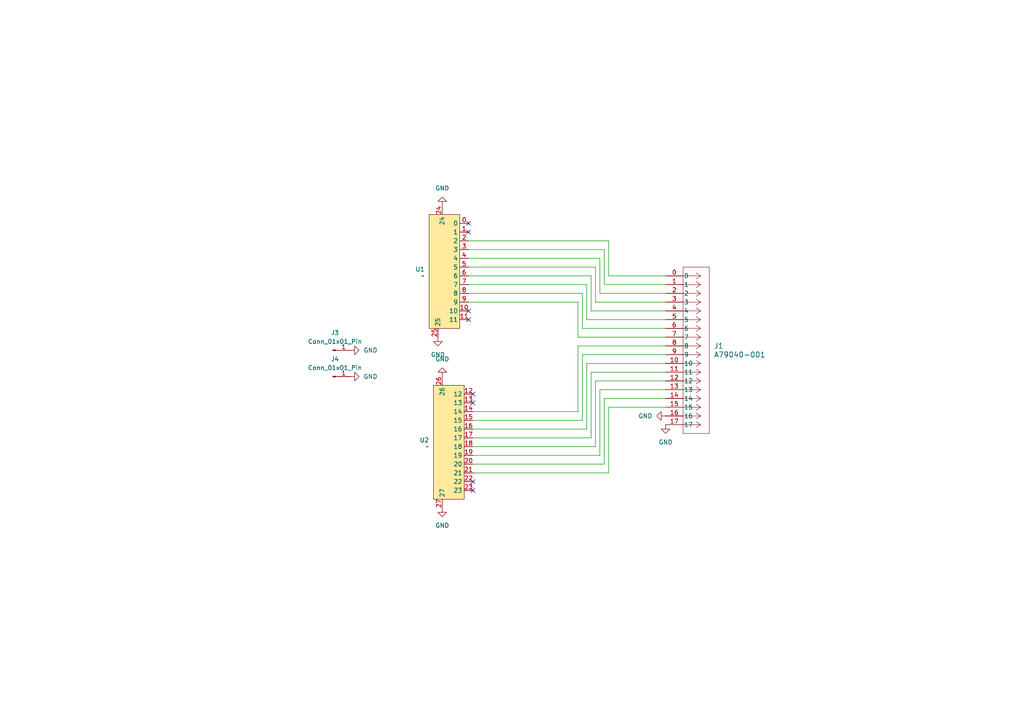
<source format=kicad_sch>
(kicad_sch
	(version 20250114)
	(generator "eeschema")
	(generator_version "9.0")
	(uuid "48b282e1-d1dc-4755-bd87-660842c9744a")
	(paper "A4")
	(lib_symbols
		(symbol "18pin omnetics:A79040-001"
			(pin_names
				(offset 0.254)
			)
			(exclude_from_sim no)
			(in_bom yes)
			(on_board yes)
			(property "Reference" "J1"
				(at 13.97 -20.3199 0)
				(effects
					(font
						(size 1.524 1.524)
					)
					(justify left)
				)
			)
			(property "Value" "A79040-001"
				(at 13.97 -22.8599 0)
				(effects
					(font
						(size 1.524 1.524)
					)
					(justify left)
				)
			)
			(property "Footprint" "CONN18_NPD-18-AA_OMN"
				(at 0 0 0)
				(effects
					(font
						(size 1.27 1.27)
						(italic yes)
					)
					(hide yes)
				)
			)
			(property "Datasheet" "A79040-001"
				(at 0 0 0)
				(effects
					(font
						(size 1.27 1.27)
						(italic yes)
					)
					(hide yes)
				)
			)
			(property "Description" ""
				(at 0 0 0)
				(effects
					(font
						(size 1.27 1.27)
					)
					(hide yes)
				)
			)
			(property "ki_locked" ""
				(at 0 0 0)
				(effects
					(font
						(size 1.27 1.27)
					)
				)
			)
			(property "ki_keywords" "A79040-001"
				(at 0 0 0)
				(effects
					(font
						(size 1.27 1.27)
					)
					(hide yes)
				)
			)
			(property "ki_fp_filters" "CONN18_NPD-18-AA_OMN"
				(at 0 0 0)
				(effects
					(font
						(size 1.27 1.27)
					)
					(hide yes)
				)
			)
			(symbol "A79040-001_1_1"
				(polyline
					(pts
						(xy 5.08 2.54) (xy 5.08 -45.72)
					)
					(stroke
						(width 0.127)
						(type default)
					)
					(fill
						(type none)
					)
				)
				(polyline
					(pts
						(xy 5.08 -45.72) (xy 12.7 -45.72)
					)
					(stroke
						(width 0.127)
						(type default)
					)
					(fill
						(type none)
					)
				)
				(polyline
					(pts
						(xy 10.16 0) (xy 5.08 0)
					)
					(stroke
						(width 0.127)
						(type default)
					)
					(fill
						(type none)
					)
				)
				(polyline
					(pts
						(xy 10.16 0) (xy 8.89 0.8467)
					)
					(stroke
						(width 0.127)
						(type default)
					)
					(fill
						(type none)
					)
				)
				(polyline
					(pts
						(xy 10.16 0) (xy 8.89 -0.8467)
					)
					(stroke
						(width 0.127)
						(type default)
					)
					(fill
						(type none)
					)
				)
				(polyline
					(pts
						(xy 10.16 -2.54) (xy 5.08 -2.54)
					)
					(stroke
						(width 0.127)
						(type default)
					)
					(fill
						(type none)
					)
				)
				(polyline
					(pts
						(xy 10.16 -2.54) (xy 8.89 -1.6933)
					)
					(stroke
						(width 0.127)
						(type default)
					)
					(fill
						(type none)
					)
				)
				(polyline
					(pts
						(xy 10.16 -2.54) (xy 8.89 -3.3867)
					)
					(stroke
						(width 0.127)
						(type default)
					)
					(fill
						(type none)
					)
				)
				(polyline
					(pts
						(xy 10.16 -5.08) (xy 5.08 -5.08)
					)
					(stroke
						(width 0.127)
						(type default)
					)
					(fill
						(type none)
					)
				)
				(polyline
					(pts
						(xy 10.16 -5.08) (xy 8.89 -4.2333)
					)
					(stroke
						(width 0.127)
						(type default)
					)
					(fill
						(type none)
					)
				)
				(polyline
					(pts
						(xy 10.16 -5.08) (xy 8.89 -5.9267)
					)
					(stroke
						(width 0.127)
						(type default)
					)
					(fill
						(type none)
					)
				)
				(polyline
					(pts
						(xy 10.16 -7.62) (xy 5.08 -7.62)
					)
					(stroke
						(width 0.127)
						(type default)
					)
					(fill
						(type none)
					)
				)
				(polyline
					(pts
						(xy 10.16 -7.62) (xy 8.89 -6.7733)
					)
					(stroke
						(width 0.127)
						(type default)
					)
					(fill
						(type none)
					)
				)
				(polyline
					(pts
						(xy 10.16 -7.62) (xy 8.89 -8.4667)
					)
					(stroke
						(width 0.127)
						(type default)
					)
					(fill
						(type none)
					)
				)
				(polyline
					(pts
						(xy 10.16 -10.16) (xy 5.08 -10.16)
					)
					(stroke
						(width 0.127)
						(type default)
					)
					(fill
						(type none)
					)
				)
				(polyline
					(pts
						(xy 10.16 -10.16) (xy 8.89 -9.3133)
					)
					(stroke
						(width 0.127)
						(type default)
					)
					(fill
						(type none)
					)
				)
				(polyline
					(pts
						(xy 10.16 -10.16) (xy 8.89 -11.0067)
					)
					(stroke
						(width 0.127)
						(type default)
					)
					(fill
						(type none)
					)
				)
				(polyline
					(pts
						(xy 10.16 -12.7) (xy 5.08 -12.7)
					)
					(stroke
						(width 0.127)
						(type default)
					)
					(fill
						(type none)
					)
				)
				(polyline
					(pts
						(xy 10.16 -12.7) (xy 8.89 -11.8533)
					)
					(stroke
						(width 0.127)
						(type default)
					)
					(fill
						(type none)
					)
				)
				(polyline
					(pts
						(xy 10.16 -12.7) (xy 8.89 -13.5467)
					)
					(stroke
						(width 0.127)
						(type default)
					)
					(fill
						(type none)
					)
				)
				(polyline
					(pts
						(xy 10.16 -15.24) (xy 5.08 -15.24)
					)
					(stroke
						(width 0.127)
						(type default)
					)
					(fill
						(type none)
					)
				)
				(polyline
					(pts
						(xy 10.16 -15.24) (xy 8.89 -14.3933)
					)
					(stroke
						(width 0.127)
						(type default)
					)
					(fill
						(type none)
					)
				)
				(polyline
					(pts
						(xy 10.16 -15.24) (xy 8.89 -16.0867)
					)
					(stroke
						(width 0.127)
						(type default)
					)
					(fill
						(type none)
					)
				)
				(polyline
					(pts
						(xy 10.16 -17.78) (xy 5.08 -17.78)
					)
					(stroke
						(width 0.127)
						(type default)
					)
					(fill
						(type none)
					)
				)
				(polyline
					(pts
						(xy 10.16 -17.78) (xy 8.89 -16.9333)
					)
					(stroke
						(width 0.127)
						(type default)
					)
					(fill
						(type none)
					)
				)
				(polyline
					(pts
						(xy 10.16 -17.78) (xy 8.89 -18.6267)
					)
					(stroke
						(width 0.127)
						(type default)
					)
					(fill
						(type none)
					)
				)
				(polyline
					(pts
						(xy 10.16 -20.32) (xy 5.08 -20.32)
					)
					(stroke
						(width 0.127)
						(type default)
					)
					(fill
						(type none)
					)
				)
				(polyline
					(pts
						(xy 10.16 -20.32) (xy 8.89 -19.4733)
					)
					(stroke
						(width 0.127)
						(type default)
					)
					(fill
						(type none)
					)
				)
				(polyline
					(pts
						(xy 10.16 -20.32) (xy 8.89 -21.1667)
					)
					(stroke
						(width 0.127)
						(type default)
					)
					(fill
						(type none)
					)
				)
				(polyline
					(pts
						(xy 10.16 -22.86) (xy 5.08 -22.86)
					)
					(stroke
						(width 0.127)
						(type default)
					)
					(fill
						(type none)
					)
				)
				(polyline
					(pts
						(xy 10.16 -22.86) (xy 8.89 -22.0133)
					)
					(stroke
						(width 0.127)
						(type default)
					)
					(fill
						(type none)
					)
				)
				(polyline
					(pts
						(xy 10.16 -22.86) (xy 8.89 -23.7067)
					)
					(stroke
						(width 0.127)
						(type default)
					)
					(fill
						(type none)
					)
				)
				(polyline
					(pts
						(xy 10.16 -25.4) (xy 5.08 -25.4)
					)
					(stroke
						(width 0.127)
						(type default)
					)
					(fill
						(type none)
					)
				)
				(polyline
					(pts
						(xy 10.16 -25.4) (xy 8.89 -24.5533)
					)
					(stroke
						(width 0.127)
						(type default)
					)
					(fill
						(type none)
					)
				)
				(polyline
					(pts
						(xy 10.16 -25.4) (xy 8.89 -26.2467)
					)
					(stroke
						(width 0.127)
						(type default)
					)
					(fill
						(type none)
					)
				)
				(polyline
					(pts
						(xy 10.16 -27.94) (xy 5.08 -27.94)
					)
					(stroke
						(width 0.127)
						(type default)
					)
					(fill
						(type none)
					)
				)
				(polyline
					(pts
						(xy 10.16 -27.94) (xy 8.89 -27.0933)
					)
					(stroke
						(width 0.127)
						(type default)
					)
					(fill
						(type none)
					)
				)
				(polyline
					(pts
						(xy 10.16 -27.94) (xy 8.89 -28.7867)
					)
					(stroke
						(width 0.127)
						(type default)
					)
					(fill
						(type none)
					)
				)
				(polyline
					(pts
						(xy 10.16 -30.48) (xy 5.08 -30.48)
					)
					(stroke
						(width 0.127)
						(type default)
					)
					(fill
						(type none)
					)
				)
				(polyline
					(pts
						(xy 10.16 -30.48) (xy 8.89 -29.6333)
					)
					(stroke
						(width 0.127)
						(type default)
					)
					(fill
						(type none)
					)
				)
				(polyline
					(pts
						(xy 10.16 -30.48) (xy 8.89 -31.3267)
					)
					(stroke
						(width 0.127)
						(type default)
					)
					(fill
						(type none)
					)
				)
				(polyline
					(pts
						(xy 10.16 -33.02) (xy 5.08 -33.02)
					)
					(stroke
						(width 0.127)
						(type default)
					)
					(fill
						(type none)
					)
				)
				(polyline
					(pts
						(xy 10.16 -33.02) (xy 8.89 -32.1733)
					)
					(stroke
						(width 0.127)
						(type default)
					)
					(fill
						(type none)
					)
				)
				(polyline
					(pts
						(xy 10.16 -33.02) (xy 8.89 -33.8667)
					)
					(stroke
						(width 0.127)
						(type default)
					)
					(fill
						(type none)
					)
				)
				(polyline
					(pts
						(xy 10.16 -35.56) (xy 5.08 -35.56)
					)
					(stroke
						(width 0.127)
						(type default)
					)
					(fill
						(type none)
					)
				)
				(polyline
					(pts
						(xy 10.16 -35.56) (xy 8.89 -34.7133)
					)
					(stroke
						(width 0.127)
						(type default)
					)
					(fill
						(type none)
					)
				)
				(polyline
					(pts
						(xy 10.16 -35.56) (xy 8.89 -36.4067)
					)
					(stroke
						(width 0.127)
						(type default)
					)
					(fill
						(type none)
					)
				)
				(polyline
					(pts
						(xy 10.16 -38.1) (xy 5.08 -38.1)
					)
					(stroke
						(width 0.127)
						(type default)
					)
					(fill
						(type none)
					)
				)
				(polyline
					(pts
						(xy 10.16 -38.1) (xy 8.89 -37.2533)
					)
					(stroke
						(width 0.127)
						(type default)
					)
					(fill
						(type none)
					)
				)
				(polyline
					(pts
						(xy 10.16 -38.1) (xy 8.89 -38.9467)
					)
					(stroke
						(width 0.127)
						(type default)
					)
					(fill
						(type none)
					)
				)
				(polyline
					(pts
						(xy 10.16 -40.64) (xy 5.08 -40.64)
					)
					(stroke
						(width 0.127)
						(type default)
					)
					(fill
						(type none)
					)
				)
				(polyline
					(pts
						(xy 10.16 -40.64) (xy 8.89 -39.7933)
					)
					(stroke
						(width 0.127)
						(type default)
					)
					(fill
						(type none)
					)
				)
				(polyline
					(pts
						(xy 10.16 -40.64) (xy 8.89 -41.4867)
					)
					(stroke
						(width 0.127)
						(type default)
					)
					(fill
						(type none)
					)
				)
				(polyline
					(pts
						(xy 10.16 -43.18) (xy 5.08 -43.18)
					)
					(stroke
						(width 0.127)
						(type default)
					)
					(fill
						(type none)
					)
				)
				(polyline
					(pts
						(xy 10.16 -43.18) (xy 8.89 -42.3333)
					)
					(stroke
						(width 0.127)
						(type default)
					)
					(fill
						(type none)
					)
				)
				(polyline
					(pts
						(xy 10.16 -43.18) (xy 8.89 -44.0267)
					)
					(stroke
						(width 0.127)
						(type default)
					)
					(fill
						(type none)
					)
				)
				(polyline
					(pts
						(xy 12.7 2.54) (xy 5.08 2.54)
					)
					(stroke
						(width 0.127)
						(type default)
					)
					(fill
						(type none)
					)
				)
				(polyline
					(pts
						(xy 12.7 -45.72) (xy 12.7 2.54)
					)
					(stroke
						(width 0.127)
						(type default)
					)
					(fill
						(type none)
					)
				)
				(pin unspecified line
					(at 0 0 0)
					(length 5.08)
					(name "0"
						(effects
							(font
								(size 1.27 1.27)
							)
						)
					)
					(number "0"
						(effects
							(font
								(size 1.27 1.27)
							)
						)
					)
				)
				(pin unspecified line
					(at 0 -2.54 0)
					(length 5.08)
					(name "1"
						(effects
							(font
								(size 1.27 1.27)
							)
						)
					)
					(number "1"
						(effects
							(font
								(size 1.27 1.27)
							)
						)
					)
				)
				(pin unspecified line
					(at 0 -5.08 0)
					(length 5.08)
					(name "2"
						(effects
							(font
								(size 1.27 1.27)
							)
						)
					)
					(number "2"
						(effects
							(font
								(size 1.27 1.27)
							)
						)
					)
				)
				(pin unspecified line
					(at 0 -7.62 0)
					(length 5.08)
					(name "3"
						(effects
							(font
								(size 1.27 1.27)
							)
						)
					)
					(number "3"
						(effects
							(font
								(size 1.27 1.27)
							)
						)
					)
				)
				(pin unspecified line
					(at 0 -10.16 0)
					(length 5.08)
					(name "4"
						(effects
							(font
								(size 1.27 1.27)
							)
						)
					)
					(number "4"
						(effects
							(font
								(size 1.27 1.27)
							)
						)
					)
				)
				(pin unspecified line
					(at 0 -12.7 0)
					(length 5.08)
					(name "5"
						(effects
							(font
								(size 1.27 1.27)
							)
						)
					)
					(number "5"
						(effects
							(font
								(size 1.27 1.27)
							)
						)
					)
				)
				(pin unspecified line
					(at 0 -15.24 0)
					(length 5.08)
					(name "6"
						(effects
							(font
								(size 1.27 1.27)
							)
						)
					)
					(number "6"
						(effects
							(font
								(size 1.27 1.27)
							)
						)
					)
				)
				(pin unspecified line
					(at 0 -17.78 0)
					(length 5.08)
					(name "7"
						(effects
							(font
								(size 1.27 1.27)
							)
						)
					)
					(number "7"
						(effects
							(font
								(size 1.27 1.27)
							)
						)
					)
				)
				(pin unspecified line
					(at 0 -20.32 0)
					(length 5.08)
					(name "8"
						(effects
							(font
								(size 1.27 1.27)
							)
						)
					)
					(number "8"
						(effects
							(font
								(size 1.27 1.27)
							)
						)
					)
				)
				(pin unspecified line
					(at 0 -22.86 0)
					(length 5.08)
					(name "9"
						(effects
							(font
								(size 1.27 1.27)
							)
						)
					)
					(number "9"
						(effects
							(font
								(size 1.27 1.27)
							)
						)
					)
				)
				(pin unspecified line
					(at 0 -25.4 0)
					(length 5.08)
					(name "10"
						(effects
							(font
								(size 1.27 1.27)
							)
						)
					)
					(number "10"
						(effects
							(font
								(size 1.27 1.27)
							)
						)
					)
				)
				(pin unspecified line
					(at 0 -27.94 0)
					(length 5.08)
					(name "11"
						(effects
							(font
								(size 1.27 1.27)
							)
						)
					)
					(number "11"
						(effects
							(font
								(size 1.27 1.27)
							)
						)
					)
				)
				(pin unspecified line
					(at 0 -30.48 0)
					(length 5.08)
					(name "12"
						(effects
							(font
								(size 1.27 1.27)
							)
						)
					)
					(number "12"
						(effects
							(font
								(size 1.27 1.27)
							)
						)
					)
				)
				(pin unspecified line
					(at 0 -33.02 0)
					(length 5.08)
					(name "13"
						(effects
							(font
								(size 1.27 1.27)
							)
						)
					)
					(number "13"
						(effects
							(font
								(size 1.27 1.27)
							)
						)
					)
				)
				(pin unspecified line
					(at 0 -35.56 0)
					(length 5.08)
					(name "14"
						(effects
							(font
								(size 1.27 1.27)
							)
						)
					)
					(number "14"
						(effects
							(font
								(size 1.27 1.27)
							)
						)
					)
				)
				(pin unspecified line
					(at 0 -38.1 0)
					(length 5.08)
					(name "15"
						(effects
							(font
								(size 1.27 1.27)
							)
						)
					)
					(number "15"
						(effects
							(font
								(size 1.27 1.27)
							)
						)
					)
				)
				(pin unspecified line
					(at 0 -40.64 0)
					(length 5.08)
					(name "16"
						(effects
							(font
								(size 1.27 1.27)
							)
						)
					)
					(number "16"
						(effects
							(font
								(size 1.27 1.27)
							)
						)
					)
				)
				(pin unspecified line
					(at 0 -43.18 0)
					(length 5.08)
					(name "17"
						(effects
							(font
								(size 1.27 1.27)
							)
						)
					)
					(number "17"
						(effects
							(font
								(size 1.27 1.27)
							)
						)
					)
				)
			)
			(symbol "A79040-001_1_2"
				(polyline
					(pts
						(xy 5.08 2.54) (xy 5.08 -45.72)
					)
					(stroke
						(width 0.127)
						(type default)
					)
					(fill
						(type none)
					)
				)
				(polyline
					(pts
						(xy 5.08 -45.72) (xy 12.7 -45.72)
					)
					(stroke
						(width 0.127)
						(type default)
					)
					(fill
						(type none)
					)
				)
				(polyline
					(pts
						(xy 7.62 0) (xy 5.08 0)
					)
					(stroke
						(width 0.127)
						(type default)
					)
					(fill
						(type none)
					)
				)
				(polyline
					(pts
						(xy 7.62 0) (xy 8.89 0.8467)
					)
					(stroke
						(width 0.127)
						(type default)
					)
					(fill
						(type none)
					)
				)
				(polyline
					(pts
						(xy 7.62 0) (xy 8.89 -0.8467)
					)
					(stroke
						(width 0.127)
						(type default)
					)
					(fill
						(type none)
					)
				)
				(polyline
					(pts
						(xy 7.62 -2.54) (xy 5.08 -2.54)
					)
					(stroke
						(width 0.127)
						(type default)
					)
					(fill
						(type none)
					)
				)
				(polyline
					(pts
						(xy 7.62 -2.54) (xy 8.89 -1.6933)
					)
					(stroke
						(width 0.127)
						(type default)
					)
					(fill
						(type none)
					)
				)
				(polyline
					(pts
						(xy 7.62 -2.54) (xy 8.89 -3.3867)
					)
					(stroke
						(width 0.127)
						(type default)
					)
					(fill
						(type none)
					)
				)
				(polyline
					(pts
						(xy 7.62 -5.08) (xy 5.08 -5.08)
					)
					(stroke
						(width 0.127)
						(type default)
					)
					(fill
						(type none)
					)
				)
				(polyline
					(pts
						(xy 7.62 -5.08) (xy 8.89 -4.2333)
					)
					(stroke
						(width 0.127)
						(type default)
					)
					(fill
						(type none)
					)
				)
				(polyline
					(pts
						(xy 7.62 -5.08) (xy 8.89 -5.9267)
					)
					(stroke
						(width 0.127)
						(type default)
					)
					(fill
						(type none)
					)
				)
				(polyline
					(pts
						(xy 7.62 -7.62) (xy 5.08 -7.62)
					)
					(stroke
						(width 0.127)
						(type default)
					)
					(fill
						(type none)
					)
				)
				(polyline
					(pts
						(xy 7.62 -7.62) (xy 8.89 -6.7733)
					)
					(stroke
						(width 0.127)
						(type default)
					)
					(fill
						(type none)
					)
				)
				(polyline
					(pts
						(xy 7.62 -7.62) (xy 8.89 -8.4667)
					)
					(stroke
						(width 0.127)
						(type default)
					)
					(fill
						(type none)
					)
				)
				(polyline
					(pts
						(xy 7.62 -10.16) (xy 5.08 -10.16)
					)
					(stroke
						(width 0.127)
						(type default)
					)
					(fill
						(type none)
					)
				)
				(polyline
					(pts
						(xy 7.62 -10.16) (xy 8.89 -9.3133)
					)
					(stroke
						(width 0.127)
						(type default)
					)
					(fill
						(type none)
					)
				)
				(polyline
					(pts
						(xy 7.62 -10.16) (xy 8.89 -11.0067)
					)
					(stroke
						(width 0.127)
						(type default)
					)
					(fill
						(type none)
					)
				)
				(polyline
					(pts
						(xy 7.62 -12.7) (xy 5.08 -12.7)
					)
					(stroke
						(width 0.127)
						(type default)
					)
					(fill
						(type none)
					)
				)
				(polyline
					(pts
						(xy 7.62 -12.7) (xy 8.89 -11.8533)
					)
					(stroke
						(width 0.127)
						(type default)
					)
					(fill
						(type none)
					)
				)
				(polyline
					(pts
						(xy 7.62 -12.7) (xy 8.89 -13.5467)
					)
					(stroke
						(width 0.127)
						(type default)
					)
					(fill
						(type none)
					)
				)
				(polyline
					(pts
						(xy 7.62 -15.24) (xy 5.08 -15.24)
					)
					(stroke
						(width 0.127)
						(type default)
					)
					(fill
						(type none)
					)
				)
				(polyline
					(pts
						(xy 7.62 -15.24) (xy 8.89 -14.3933)
					)
					(stroke
						(width 0.127)
						(type default)
					)
					(fill
						(type none)
					)
				)
				(polyline
					(pts
						(xy 7.62 -15.24) (xy 8.89 -16.0867)
					)
					(stroke
						(width 0.127)
						(type default)
					)
					(fill
						(type none)
					)
				)
				(polyline
					(pts
						(xy 7.62 -17.78) (xy 5.08 -17.78)
					)
					(stroke
						(width 0.127)
						(type default)
					)
					(fill
						(type none)
					)
				)
				(polyline
					(pts
						(xy 7.62 -17.78) (xy 8.89 -16.9333)
					)
					(stroke
						(width 0.127)
						(type default)
					)
					(fill
						(type none)
					)
				)
				(polyline
					(pts
						(xy 7.62 -17.78) (xy 8.89 -18.6267)
					)
					(stroke
						(width 0.127)
						(type default)
					)
					(fill
						(type none)
					)
				)
				(polyline
					(pts
						(xy 7.62 -20.32) (xy 5.08 -20.32)
					)
					(stroke
						(width 0.127)
						(type default)
					)
					(fill
						(type none)
					)
				)
				(polyline
					(pts
						(xy 7.62 -20.32) (xy 8.89 -19.4733)
					)
					(stroke
						(width 0.127)
						(type default)
					)
					(fill
						(type none)
					)
				)
				(polyline
					(pts
						(xy 7.62 -20.32) (xy 8.89 -21.1667)
					)
					(stroke
						(width 0.127)
						(type default)
					)
					(fill
						(type none)
					)
				)
				(polyline
					(pts
						(xy 7.62 -22.86) (xy 5.08 -22.86)
					)
					(stroke
						(width 0.127)
						(type default)
					)
					(fill
						(type none)
					)
				)
				(polyline
					(pts
						(xy 7.62 -22.86) (xy 8.89 -22.0133)
					)
					(stroke
						(width 0.127)
						(type default)
					)
					(fill
						(type none)
					)
				)
				(polyline
					(pts
						(xy 7.62 -22.86) (xy 8.89 -23.7067)
					)
					(stroke
						(width 0.127)
						(type default)
					)
					(fill
						(type none)
					)
				)
				(polyline
					(pts
						(xy 7.62 -25.4) (xy 5.08 -25.4)
					)
					(stroke
						(width 0.127)
						(type default)
					)
					(fill
						(type none)
					)
				)
				(polyline
					(pts
						(xy 7.62 -25.4) (xy 8.89 -24.5533)
					)
					(stroke
						(width 0.127)
						(type default)
					)
					(fill
						(type none)
					)
				)
				(polyline
					(pts
						(xy 7.62 -25.4) (xy 8.89 -26.2467)
					)
					(stroke
						(width 0.127)
						(type default)
					)
					(fill
						(type none)
					)
				)
				(polyline
					(pts
						(xy 7.62 -27.94) (xy 5.08 -27.94)
					)
					(stroke
						(width 0.127)
						(type default)
					)
					(fill
						(type none)
					)
				)
				(polyline
					(pts
						(xy 7.62 -27.94) (xy 8.89 -27.0933)
					)
					(stroke
						(width 0.127)
						(type default)
					)
					(fill
						(type none)
					)
				)
				(polyline
					(pts
						(xy 7.62 -27.94) (xy 8.89 -28.7867)
					)
					(stroke
						(width 0.127)
						(type default)
					)
					(fill
						(type none)
					)
				)
				(polyline
					(pts
						(xy 7.62 -30.48) (xy 5.08 -30.48)
					)
					(stroke
						(width 0.127)
						(type default)
					)
					(fill
						(type none)
					)
				)
				(polyline
					(pts
						(xy 7.62 -30.48) (xy 8.89 -29.6333)
					)
					(stroke
						(width 0.127)
						(type default)
					)
					(fill
						(type none)
					)
				)
				(polyline
					(pts
						(xy 7.62 -30.48) (xy 8.89 -31.3267)
					)
					(stroke
						(width 0.127)
						(type default)
					)
					(fill
						(type none)
					)
				)
				(polyline
					(pts
						(xy 7.62 -33.02) (xy 5.08 -33.02)
					)
					(stroke
						(width 0.127)
						(type default)
					)
					(fill
						(type none)
					)
				)
				(polyline
					(pts
						(xy 7.62 -33.02) (xy 8.89 -32.1733)
					)
					(stroke
						(width 0.127)
						(type default)
					)
					(fill
						(type none)
					)
				)
				(polyline
					(pts
						(xy 7.62 -33.02) (xy 8.89 -33.8667)
					)
					(stroke
						(width 0.127)
						(type default)
					)
					(fill
						(type none)
					)
				)
				(polyline
					(pts
						(xy 7.62 -35.56) (xy 5.08 -35.56)
					)
					(stroke
						(width 0.127)
						(type default)
					)
					(fill
						(type none)
					)
				)
				(polyline
					(pts
						(xy 7.62 -35.56) (xy 8.89 -34.7133)
					)
					(stroke
						(width 0.127)
						(type default)
					)
					(fill
						(type none)
					)
				)
				(polyline
					(pts
						(xy 7.62 -35.56) (xy 8.89 -36.4067)
					)
					(stroke
						(width 0.127)
						(type default)
					)
					(fill
						(type none)
					)
				)
				(polyline
					(pts
						(xy 7.62 -38.1) (xy 5.08 -38.1)
					)
					(stroke
						(width 0.127)
						(type default)
					)
					(fill
						(type none)
					)
				)
				(polyline
					(pts
						(xy 7.62 -38.1) (xy 8.89 -37.2533)
					)
					(stroke
						(width 0.127)
						(type default)
					)
					(fill
						(type none)
					)
				)
				(polyline
					(pts
						(xy 7.62 -38.1) (xy 8.89 -38.9467)
					)
					(stroke
						(width 0.127)
						(type default)
					)
					(fill
						(type none)
					)
				)
				(polyline
					(pts
						(xy 7.62 -40.64) (xy 5.08 -40.64)
					)
					(stroke
						(width 0.127)
						(type default)
					)
					(fill
						(type none)
					)
				)
				(polyline
					(pts
						(xy 7.62 -40.64) (xy 8.89 -39.7933)
					)
					(stroke
						(width 0.127)
						(type default)
					)
					(fill
						(type none)
					)
				)
				(polyline
					(pts
						(xy 7.62 -40.64) (xy 8.89 -41.4867)
					)
					(stroke
						(width 0.127)
						(type default)
					)
					(fill
						(type none)
					)
				)
				(polyline
					(pts
						(xy 7.62 -43.18) (xy 5.08 -43.18)
					)
					(stroke
						(width 0.127)
						(type default)
					)
					(fill
						(type none)
					)
				)
				(polyline
					(pts
						(xy 7.62 -43.18) (xy 8.89 -42.3333)
					)
					(stroke
						(width 0.127)
						(type default)
					)
					(fill
						(type none)
					)
				)
				(polyline
					(pts
						(xy 7.62 -43.18) (xy 8.89 -44.0267)
					)
					(stroke
						(width 0.127)
						(type default)
					)
					(fill
						(type none)
					)
				)
				(polyline
					(pts
						(xy 12.7 2.54) (xy 5.08 2.54)
					)
					(stroke
						(width 0.127)
						(type default)
					)
					(fill
						(type none)
					)
				)
				(polyline
					(pts
						(xy 12.7 -45.72) (xy 12.7 2.54)
					)
					(stroke
						(width 0.127)
						(type default)
					)
					(fill
						(type none)
					)
				)
				(pin unspecified line
					(at 0 0 0)
					(length 5.08)
					(name "1"
						(effects
							(font
								(size 1.27 1.27)
							)
						)
					)
					(number "1"
						(effects
							(font
								(size 1.27 1.27)
							)
						)
					)
				)
				(pin unspecified line
					(at 0 -2.54 0)
					(length 5.08)
					(name "2"
						(effects
							(font
								(size 1.27 1.27)
							)
						)
					)
					(number "2"
						(effects
							(font
								(size 1.27 1.27)
							)
						)
					)
				)
				(pin unspecified line
					(at 0 -5.08 0)
					(length 5.08)
					(name "3"
						(effects
							(font
								(size 1.27 1.27)
							)
						)
					)
					(number "3"
						(effects
							(font
								(size 1.27 1.27)
							)
						)
					)
				)
				(pin unspecified line
					(at 0 -7.62 0)
					(length 5.08)
					(name "4"
						(effects
							(font
								(size 1.27 1.27)
							)
						)
					)
					(number "4"
						(effects
							(font
								(size 1.27 1.27)
							)
						)
					)
				)
				(pin unspecified line
					(at 0 -10.16 0)
					(length 5.08)
					(name "5"
						(effects
							(font
								(size 1.27 1.27)
							)
						)
					)
					(number "5"
						(effects
							(font
								(size 1.27 1.27)
							)
						)
					)
				)
				(pin unspecified line
					(at 0 -12.7 0)
					(length 5.08)
					(name "6"
						(effects
							(font
								(size 1.27 1.27)
							)
						)
					)
					(number "6"
						(effects
							(font
								(size 1.27 1.27)
							)
						)
					)
				)
				(pin unspecified line
					(at 0 -15.24 0)
					(length 5.08)
					(name "7"
						(effects
							(font
								(size 1.27 1.27)
							)
						)
					)
					(number "7"
						(effects
							(font
								(size 1.27 1.27)
							)
						)
					)
				)
				(pin unspecified line
					(at 0 -17.78 0)
					(length 5.08)
					(name "8"
						(effects
							(font
								(size 1.27 1.27)
							)
						)
					)
					(number "8"
						(effects
							(font
								(size 1.27 1.27)
							)
						)
					)
				)
				(pin unspecified line
					(at 0 -20.32 0)
					(length 5.08)
					(name "9"
						(effects
							(font
								(size 1.27 1.27)
							)
						)
					)
					(number "9"
						(effects
							(font
								(size 1.27 1.27)
							)
						)
					)
				)
				(pin unspecified line
					(at 0 -22.86 0)
					(length 5.08)
					(name "10"
						(effects
							(font
								(size 1.27 1.27)
							)
						)
					)
					(number "10"
						(effects
							(font
								(size 1.27 1.27)
							)
						)
					)
				)
				(pin unspecified line
					(at 0 -25.4 0)
					(length 5.08)
					(name "11"
						(effects
							(font
								(size 1.27 1.27)
							)
						)
					)
					(number "11"
						(effects
							(font
								(size 1.27 1.27)
							)
						)
					)
				)
				(pin unspecified line
					(at 0 -27.94 0)
					(length 5.08)
					(name "12"
						(effects
							(font
								(size 1.27 1.27)
							)
						)
					)
					(number "12"
						(effects
							(font
								(size 1.27 1.27)
							)
						)
					)
				)
				(pin unspecified line
					(at 0 -30.48 0)
					(length 5.08)
					(name "13"
						(effects
							(font
								(size 1.27 1.27)
							)
						)
					)
					(number "13"
						(effects
							(font
								(size 1.27 1.27)
							)
						)
					)
				)
				(pin unspecified line
					(at 0 -33.02 0)
					(length 5.08)
					(name "14"
						(effects
							(font
								(size 1.27 1.27)
							)
						)
					)
					(number "14"
						(effects
							(font
								(size 1.27 1.27)
							)
						)
					)
				)
				(pin unspecified line
					(at 0 -35.56 0)
					(length 5.08)
					(name "15"
						(effects
							(font
								(size 1.27 1.27)
							)
						)
					)
					(number "15"
						(effects
							(font
								(size 1.27 1.27)
							)
						)
					)
				)
				(pin unspecified line
					(at 0 -38.1 0)
					(length 5.08)
					(name "16"
						(effects
							(font
								(size 1.27 1.27)
							)
						)
					)
					(number "16"
						(effects
							(font
								(size 1.27 1.27)
							)
						)
					)
				)
				(pin unspecified line
					(at 0 -40.64 0)
					(length 5.08)
					(name "17"
						(effects
							(font
								(size 1.27 1.27)
							)
						)
					)
					(number "17"
						(effects
							(font
								(size 1.27 1.27)
							)
						)
					)
				)
				(pin unspecified line
					(at 0 -43.18 0)
					(length 5.08)
					(name "18"
						(effects
							(font
								(size 1.27 1.27)
							)
						)
					)
					(number "18"
						(effects
							(font
								(size 1.27 1.27)
							)
						)
					)
				)
			)
			(embedded_fonts no)
		)
		(symbol "Connector:Conn_01x01_Pin"
			(pin_names
				(offset 1.016)
				(hide yes)
			)
			(exclude_from_sim no)
			(in_bom yes)
			(on_board yes)
			(property "Reference" "J"
				(at 0 2.54 0)
				(effects
					(font
						(size 1.27 1.27)
					)
				)
			)
			(property "Value" "Conn_01x01_Pin"
				(at 0 -2.54 0)
				(effects
					(font
						(size 1.27 1.27)
					)
				)
			)
			(property "Footprint" ""
				(at 0 0 0)
				(effects
					(font
						(size 1.27 1.27)
					)
					(hide yes)
				)
			)
			(property "Datasheet" "~"
				(at 0 0 0)
				(effects
					(font
						(size 1.27 1.27)
					)
					(hide yes)
				)
			)
			(property "Description" "Generic connector, single row, 01x01, script generated"
				(at 0 0 0)
				(effects
					(font
						(size 1.27 1.27)
					)
					(hide yes)
				)
			)
			(property "ki_locked" ""
				(at 0 0 0)
				(effects
					(font
						(size 1.27 1.27)
					)
				)
			)
			(property "ki_keywords" "connector"
				(at 0 0 0)
				(effects
					(font
						(size 1.27 1.27)
					)
					(hide yes)
				)
			)
			(property "ki_fp_filters" "Connector*:*_1x??_*"
				(at 0 0 0)
				(effects
					(font
						(size 1.27 1.27)
					)
					(hide yes)
				)
			)
			(symbol "Conn_01x01_Pin_1_1"
				(rectangle
					(start 0.8636 0.127)
					(end 0 -0.127)
					(stroke
						(width 0.1524)
						(type default)
					)
					(fill
						(type outline)
					)
				)
				(polyline
					(pts
						(xy 1.27 0) (xy 0.8636 0)
					)
					(stroke
						(width 0.1524)
						(type default)
					)
					(fill
						(type none)
					)
				)
				(pin passive line
					(at 5.08 0 180)
					(length 3.81)
					(name "Pin_1"
						(effects
							(font
								(size 1.27 1.27)
							)
						)
					)
					(number "1"
						(effects
							(font
								(size 1.27 1.27)
							)
						)
					)
				)
			)
			(embedded_fonts no)
		)
		(symbol "USB plug:699C124-2A6-111_USB_first half"
			(exclude_from_sim no)
			(in_bom yes)
			(on_board yes)
			(property "Reference" "U1"
				(at -1.27 -15.8749 0)
				(effects
					(font
						(size 1.27 1.27)
					)
					(justify right)
				)
			)
			(property "Value" "~"
				(at -1.27 -17.78 0)
				(effects
					(font
						(size 1.27 1.27)
					)
					(justify right)
				)
			)
			(property "Footprint" "USBPlug:699C124-2A6-111 USB Plug_first half"
				(at -1.27 -34.29 0)
				(effects
					(font
						(size 1.27 1.27)
					)
					(hide yes)
				)
			)
			(property "Datasheet" ""
				(at 0 0 0)
				(effects
					(font
						(size 1.27 1.27)
					)
					(hide yes)
				)
			)
			(property "Description" ""
				(at 0 0 0)
				(effects
					(font
						(size 1.27 1.27)
					)
					(hide yes)
				)
			)
			(symbol "699C124-2A6-111_USB_first half_1_1"
				(rectangle
					(start 0 0)
					(end 8.89 -33.02)
					(stroke
						(width 0)
						(type solid)
					)
					(fill
						(type color)
						(color 255 234 158 1)
					)
				)
				(pin unspecified line
					(at 2.54 -35.56 90)
					(length 2.54)
					(name "25"
						(effects
							(font
								(size 1.27 1.27)
							)
						)
					)
					(number "25"
						(effects
							(font
								(size 1.27 1.27)
							)
						)
					)
				)
				(pin unspecified line
					(at 3.81 2.54 270)
					(length 2.54)
					(name "24"
						(effects
							(font
								(size 1.27 1.27)
							)
						)
					)
					(number "24"
						(effects
							(font
								(size 1.27 1.27)
							)
						)
					)
				)
				(pin unspecified line
					(at 11.43 -2.54 180)
					(length 2.54)
					(name "0"
						(effects
							(font
								(size 1.27 1.27)
							)
						)
					)
					(number "0"
						(effects
							(font
								(size 1.27 1.27)
							)
						)
					)
				)
				(pin unspecified line
					(at 11.43 -5.08 180)
					(length 2.54)
					(name "1"
						(effects
							(font
								(size 1.27 1.27)
							)
						)
					)
					(number "1"
						(effects
							(font
								(size 1.27 1.27)
							)
						)
					)
				)
				(pin unspecified line
					(at 11.43 -7.62 180)
					(length 2.54)
					(name "2"
						(effects
							(font
								(size 1.27 1.27)
							)
						)
					)
					(number "2"
						(effects
							(font
								(size 1.27 1.27)
							)
						)
					)
				)
				(pin unspecified line
					(at 11.43 -10.16 180)
					(length 2.54)
					(name "3"
						(effects
							(font
								(size 1.27 1.27)
							)
						)
					)
					(number "3"
						(effects
							(font
								(size 1.27 1.27)
							)
						)
					)
				)
				(pin unspecified line
					(at 11.43 -12.7 180)
					(length 2.54)
					(name "4"
						(effects
							(font
								(size 1.27 1.27)
							)
						)
					)
					(number "4"
						(effects
							(font
								(size 1.27 1.27)
							)
						)
					)
				)
				(pin unspecified line
					(at 11.43 -15.24 180)
					(length 2.54)
					(name "5"
						(effects
							(font
								(size 1.27 1.27)
							)
						)
					)
					(number "5"
						(effects
							(font
								(size 1.27 1.27)
							)
						)
					)
				)
				(pin unspecified line
					(at 11.43 -17.78 180)
					(length 2.54)
					(name "6"
						(effects
							(font
								(size 1.27 1.27)
							)
						)
					)
					(number "6"
						(effects
							(font
								(size 1.27 1.27)
							)
						)
					)
				)
				(pin unspecified line
					(at 11.43 -20.32 180)
					(length 2.54)
					(name "7"
						(effects
							(font
								(size 1.27 1.27)
							)
						)
					)
					(number "7"
						(effects
							(font
								(size 1.27 1.27)
							)
						)
					)
				)
				(pin unspecified line
					(at 11.43 -22.86 180)
					(length 2.54)
					(name "8"
						(effects
							(font
								(size 1.27 1.27)
							)
						)
					)
					(number "8"
						(effects
							(font
								(size 1.27 1.27)
							)
						)
					)
				)
				(pin unspecified line
					(at 11.43 -25.4 180)
					(length 2.54)
					(name "9"
						(effects
							(font
								(size 1.27 1.27)
							)
						)
					)
					(number "9"
						(effects
							(font
								(size 1.27 1.27)
							)
						)
					)
				)
				(pin unspecified line
					(at 11.43 -27.94 180)
					(length 2.54)
					(name "10"
						(effects
							(font
								(size 1.27 1.27)
							)
						)
					)
					(number "10"
						(effects
							(font
								(size 1.27 1.27)
							)
						)
					)
				)
				(pin unspecified line
					(at 11.43 -30.48 180)
					(length 2.54)
					(name "11"
						(effects
							(font
								(size 1.27 1.27)
							)
						)
					)
					(number "11"
						(effects
							(font
								(size 1.27 1.27)
							)
						)
					)
				)
			)
			(embedded_fonts no)
		)
		(symbol "USB plug:699C124-2A6-111_USB_second_half"
			(exclude_from_sim no)
			(in_bom yes)
			(on_board yes)
			(property "Reference" "U2"
				(at 1.27 -15.8749 0)
				(effects
					(font
						(size 1.27 1.27)
					)
					(justify left)
				)
			)
			(property "Value" "~"
				(at 1.27 -17.78 0)
				(effects
					(font
						(size 1.27 1.27)
					)
					(justify left)
				)
			)
			(property "Footprint" "USBPlug:699C124-2A6-111 USB Plug_second half"
				(at -1.27 -34.29 0)
				(effects
					(font
						(size 1.27 1.27)
					)
					(hide yes)
				)
			)
			(property "Datasheet" ""
				(at 0 0 0)
				(effects
					(font
						(size 1.27 1.27)
					)
					(hide yes)
				)
			)
			(property "Description" ""
				(at 0 0 0)
				(effects
					(font
						(size 1.27 1.27)
					)
					(hide yes)
				)
			)
			(symbol "699C124-2A6-111_USB_second_half_1_1"
				(rectangle
					(start -8.89 0)
					(end 0 -33.02)
					(stroke
						(width 0)
						(type solid)
					)
					(fill
						(type color)
						(color 255 234 158 1)
					)
				)
				(pin unspecified line
					(at -11.43 -2.54 0)
					(length 2.54)
					(name "12"
						(effects
							(font
								(size 1.27 1.27)
							)
						)
					)
					(number "12"
						(effects
							(font
								(size 1.27 1.27)
							)
						)
					)
				)
				(pin unspecified line
					(at -11.43 -5.08 0)
					(length 2.54)
					(name "13"
						(effects
							(font
								(size 1.27 1.27)
							)
						)
					)
					(number "13"
						(effects
							(font
								(size 1.27 1.27)
							)
						)
					)
				)
				(pin unspecified line
					(at -11.43 -7.62 0)
					(length 2.54)
					(name "14"
						(effects
							(font
								(size 1.27 1.27)
							)
						)
					)
					(number "14"
						(effects
							(font
								(size 1.27 1.27)
							)
						)
					)
				)
				(pin unspecified line
					(at -11.43 -10.16 0)
					(length 2.54)
					(name "15"
						(effects
							(font
								(size 1.27 1.27)
							)
						)
					)
					(number "15"
						(effects
							(font
								(size 1.27 1.27)
							)
						)
					)
				)
				(pin unspecified line
					(at -11.43 -12.7 0)
					(length 2.54)
					(name "16"
						(effects
							(font
								(size 1.27 1.27)
							)
						)
					)
					(number "16"
						(effects
							(font
								(size 1.27 1.27)
							)
						)
					)
				)
				(pin unspecified line
					(at -11.43 -15.24 0)
					(length 2.54)
					(name "17"
						(effects
							(font
								(size 1.27 1.27)
							)
						)
					)
					(number "17"
						(effects
							(font
								(size 1.27 1.27)
							)
						)
					)
				)
				(pin unspecified line
					(at -11.43 -17.78 0)
					(length 2.54)
					(name "18"
						(effects
							(font
								(size 1.27 1.27)
							)
						)
					)
					(number "18"
						(effects
							(font
								(size 1.27 1.27)
							)
						)
					)
				)
				(pin unspecified line
					(at -11.43 -20.32 0)
					(length 2.54)
					(name "19"
						(effects
							(font
								(size 1.27 1.27)
							)
						)
					)
					(number "19"
						(effects
							(font
								(size 1.27 1.27)
							)
						)
					)
				)
				(pin unspecified line
					(at -11.43 -22.86 0)
					(length 2.54)
					(name "20"
						(effects
							(font
								(size 1.27 1.27)
							)
						)
					)
					(number "20"
						(effects
							(font
								(size 1.27 1.27)
							)
						)
					)
				)
				(pin unspecified line
					(at -11.43 -25.4 0)
					(length 2.54)
					(name "21"
						(effects
							(font
								(size 1.27 1.27)
							)
						)
					)
					(number "21"
						(effects
							(font
								(size 1.27 1.27)
							)
						)
					)
				)
				(pin unspecified line
					(at -11.43 -27.94 0)
					(length 2.54)
					(name "22"
						(effects
							(font
								(size 1.27 1.27)
							)
						)
					)
					(number "22"
						(effects
							(font
								(size 1.27 1.27)
							)
						)
					)
				)
				(pin unspecified line
					(at -11.43 -30.48 0)
					(length 2.54)
					(name "23"
						(effects
							(font
								(size 1.27 1.27)
							)
						)
					)
					(number "23"
						(effects
							(font
								(size 1.27 1.27)
							)
						)
					)
				)
				(pin unspecified line
					(at -2.54 2.54 270)
					(length 2.54)
					(name "26"
						(effects
							(font
								(size 1.27 1.27)
							)
						)
					)
					(number "26"
						(effects
							(font
								(size 1.27 1.27)
							)
						)
					)
				)
				(pin unspecified line
					(at -2.54 -35.56 90)
					(length 2.54)
					(name "27"
						(effects
							(font
								(size 1.27 1.27)
							)
						)
					)
					(number "27"
						(effects
							(font
								(size 1.27 1.27)
							)
						)
					)
				)
			)
			(embedded_fonts no)
		)
		(symbol "power:GND"
			(power)
			(pin_numbers
				(hide yes)
			)
			(pin_names
				(offset 0)
				(hide yes)
			)
			(exclude_from_sim no)
			(in_bom yes)
			(on_board yes)
			(property "Reference" "#PWR"
				(at 0 -6.35 0)
				(effects
					(font
						(size 1.27 1.27)
					)
					(hide yes)
				)
			)
			(property "Value" "GND"
				(at 0 -3.81 0)
				(effects
					(font
						(size 1.27 1.27)
					)
				)
			)
			(property "Footprint" ""
				(at 0 0 0)
				(effects
					(font
						(size 1.27 1.27)
					)
					(hide yes)
				)
			)
			(property "Datasheet" ""
				(at 0 0 0)
				(effects
					(font
						(size 1.27 1.27)
					)
					(hide yes)
				)
			)
			(property "Description" "Power symbol creates a global label with name \"GND\" , ground"
				(at 0 0 0)
				(effects
					(font
						(size 1.27 1.27)
					)
					(hide yes)
				)
			)
			(property "ki_keywords" "global power"
				(at 0 0 0)
				(effects
					(font
						(size 1.27 1.27)
					)
					(hide yes)
				)
			)
			(symbol "GND_0_1"
				(polyline
					(pts
						(xy 0 0) (xy 0 -1.27) (xy 1.27 -1.27) (xy 0 -2.54) (xy -1.27 -1.27) (xy 0 -1.27)
					)
					(stroke
						(width 0)
						(type default)
					)
					(fill
						(type none)
					)
				)
			)
			(symbol "GND_1_1"
				(pin power_in line
					(at 0 0 270)
					(length 0)
					(name "~"
						(effects
							(font
								(size 1.27 1.27)
							)
						)
					)
					(number "1"
						(effects
							(font
								(size 1.27 1.27)
							)
						)
					)
				)
			)
			(embedded_fonts no)
		)
	)
	(no_connect
		(at 135.89 92.71)
		(uuid "52b07f97-e015-497d-845e-8b5defa70d11")
	)
	(no_connect
		(at 137.16 139.7)
		(uuid "5939f281-b0fc-4d0b-9b48-2fdceab72fd6")
	)
	(no_connect
		(at 135.89 90.17)
		(uuid "5ab9a0f7-3c73-4f5b-bdcf-82c27456d8de")
	)
	(no_connect
		(at 137.16 116.84)
		(uuid "5baca999-0284-4354-bfcf-a0ea87a1249d")
	)
	(no_connect
		(at 137.16 114.3)
		(uuid "a20e2497-d163-4cec-987a-d09daebcf1c6")
	)
	(no_connect
		(at 137.16 142.24)
		(uuid "bef045cf-2c36-4d0e-abde-e7e19192ab1d")
	)
	(no_connect
		(at 135.89 64.77)
		(uuid "d7b3cd7b-613a-4db2-9a7e-67eb7f6ead47")
	)
	(no_connect
		(at 135.89 67.31)
		(uuid "db7cedbf-8c13-4314-96a2-1dc3b8103a1a")
	)
	(wire
		(pts
			(xy 176.53 80.01) (xy 193.04 80.01)
		)
		(stroke
			(width 0)
			(type default)
		)
		(uuid "05f0926b-69cd-4962-8f15-422b3d665f2f")
	)
	(wire
		(pts
			(xy 171.45 80.01) (xy 171.45 90.17)
		)
		(stroke
			(width 0)
			(type default)
		)
		(uuid "0b65ec1f-d2ea-4241-bff4-f246b41a08e8")
	)
	(wire
		(pts
			(xy 167.64 97.79) (xy 193.04 97.79)
		)
		(stroke
			(width 0)
			(type default)
		)
		(uuid "0e6213c0-6f2e-48f4-9b49-d80d5f4fef86")
	)
	(wire
		(pts
			(xy 167.64 100.33) (xy 193.04 100.33)
		)
		(stroke
			(width 0)
			(type default)
		)
		(uuid "1991754d-ff25-4faf-b1ae-828c53fefe4e")
	)
	(wire
		(pts
			(xy 171.45 127) (xy 171.45 107.95)
		)
		(stroke
			(width 0)
			(type default)
		)
		(uuid "22f65ae1-54db-4f2c-9e3d-3fdf496defd4")
	)
	(wire
		(pts
			(xy 170.18 105.41) (xy 193.04 105.41)
		)
		(stroke
			(width 0)
			(type default)
		)
		(uuid "239b2f22-6239-48fe-baf1-8934707f25cf")
	)
	(wire
		(pts
			(xy 173.99 74.93) (xy 173.99 85.09)
		)
		(stroke
			(width 0)
			(type default)
		)
		(uuid "2813a7f6-094f-435e-b0ef-24b1a9d2f3fd")
	)
	(wire
		(pts
			(xy 167.64 119.38) (xy 167.64 100.33)
		)
		(stroke
			(width 0)
			(type default)
		)
		(uuid "2cb3eb58-fceb-4205-9852-29ade6ada45c")
	)
	(wire
		(pts
			(xy 168.91 102.87) (xy 193.04 102.87)
		)
		(stroke
			(width 0)
			(type default)
		)
		(uuid "2ddc386a-784a-4f30-8c3d-0dec0e90aa96")
	)
	(wire
		(pts
			(xy 171.45 107.95) (xy 193.04 107.95)
		)
		(stroke
			(width 0)
			(type default)
		)
		(uuid "30244a1c-427c-482f-a418-9cb82f2e5f68")
	)
	(wire
		(pts
			(xy 173.99 113.03) (xy 193.04 113.03)
		)
		(stroke
			(width 0)
			(type default)
		)
		(uuid "308e13ed-7d37-4a5a-b8b9-ae0393786ede")
	)
	(wire
		(pts
			(xy 137.16 127) (xy 171.45 127)
		)
		(stroke
			(width 0)
			(type default)
		)
		(uuid "4a8c631a-f58d-40b3-83b2-b19d0dce7589")
	)
	(wire
		(pts
			(xy 137.16 134.62) (xy 175.26 134.62)
		)
		(stroke
			(width 0)
			(type default)
		)
		(uuid "4de4c237-2c68-480f-82f1-bd6aad1bfb58")
	)
	(wire
		(pts
			(xy 176.53 118.11) (xy 193.04 118.11)
		)
		(stroke
			(width 0)
			(type default)
		)
		(uuid "51c8bebb-4c32-44e1-88c3-dd71108219c0")
	)
	(wire
		(pts
			(xy 168.91 85.09) (xy 168.91 95.25)
		)
		(stroke
			(width 0)
			(type default)
		)
		(uuid "5bae77bf-f57f-4766-8fe0-b9de231aa3b4")
	)
	(wire
		(pts
			(xy 137.16 132.08) (xy 173.99 132.08)
		)
		(stroke
			(width 0)
			(type default)
		)
		(uuid "601699a3-37c9-4458-871b-297ab74aa135")
	)
	(wire
		(pts
			(xy 135.89 77.47) (xy 172.72 77.47)
		)
		(stroke
			(width 0)
			(type default)
		)
		(uuid "64aeeb81-4c3b-4d90-91d9-5c0160dc8075")
	)
	(wire
		(pts
			(xy 137.16 129.54) (xy 172.72 129.54)
		)
		(stroke
			(width 0)
			(type default)
		)
		(uuid "6deb2583-591f-49d4-89df-d61906852f0e")
	)
	(wire
		(pts
			(xy 137.16 121.92) (xy 168.91 121.92)
		)
		(stroke
			(width 0)
			(type default)
		)
		(uuid "734611d2-f853-40f5-812b-d1d3b904518c")
	)
	(wire
		(pts
			(xy 176.53 69.85) (xy 176.53 80.01)
		)
		(stroke
			(width 0)
			(type default)
		)
		(uuid "734e3bef-2e30-449c-87a0-e9c766f90fe3")
	)
	(wire
		(pts
			(xy 137.16 119.38) (xy 167.64 119.38)
		)
		(stroke
			(width 0)
			(type default)
		)
		(uuid "7696dd24-ba7b-4196-b4ac-d512d6a5ccdc")
	)
	(wire
		(pts
			(xy 170.18 92.71) (xy 193.04 92.71)
		)
		(stroke
			(width 0)
			(type default)
		)
		(uuid "8ce91ea2-1517-4d1e-8f8d-b28a869124b1")
	)
	(wire
		(pts
			(xy 172.72 110.49) (xy 193.04 110.49)
		)
		(stroke
			(width 0)
			(type default)
		)
		(uuid "8f547cc1-cf8b-480f-a37f-c69781009658")
	)
	(wire
		(pts
			(xy 175.26 115.57) (xy 193.04 115.57)
		)
		(stroke
			(width 0)
			(type default)
		)
		(uuid "91628779-a9e1-4d4d-bb3b-45a699297457")
	)
	(wire
		(pts
			(xy 175.26 72.39) (xy 175.26 82.55)
		)
		(stroke
			(width 0)
			(type default)
		)
		(uuid "971171ce-cabd-49fb-95de-234e1a138b2e")
	)
	(wire
		(pts
			(xy 135.89 69.85) (xy 176.53 69.85)
		)
		(stroke
			(width 0)
			(type default)
		)
		(uuid "99b4f6d7-e098-4171-948d-476df89ac0a0")
	)
	(wire
		(pts
			(xy 172.72 129.54) (xy 172.72 110.49)
		)
		(stroke
			(width 0)
			(type default)
		)
		(uuid "a020e7ca-b005-4915-9666-f16758b6724c")
	)
	(wire
		(pts
			(xy 135.89 82.55) (xy 170.18 82.55)
		)
		(stroke
			(width 0)
			(type default)
		)
		(uuid "a38bfc52-8e36-4ee7-a25a-aa923f292733")
	)
	(wire
		(pts
			(xy 135.89 80.01) (xy 171.45 80.01)
		)
		(stroke
			(width 0)
			(type default)
		)
		(uuid "a7f78231-ed98-40fe-af6b-7f7309e71be9")
	)
	(wire
		(pts
			(xy 172.72 87.63) (xy 193.04 87.63)
		)
		(stroke
			(width 0)
			(type default)
		)
		(uuid "a8832df6-83d8-4baa-b914-8f3a7e1ac5f8")
	)
	(wire
		(pts
			(xy 137.16 137.16) (xy 176.53 137.16)
		)
		(stroke
			(width 0)
			(type default)
		)
		(uuid "b05be06c-d78c-40ef-b822-c8c86c455b37")
	)
	(wire
		(pts
			(xy 137.16 124.46) (xy 170.18 124.46)
		)
		(stroke
			(width 0)
			(type default)
		)
		(uuid "b77cbff3-9499-4369-89cf-ac0e355e5930")
	)
	(wire
		(pts
			(xy 135.89 72.39) (xy 175.26 72.39)
		)
		(stroke
			(width 0)
			(type default)
		)
		(uuid "ba87a2aa-1f34-4d3a-9a16-4eae8780d734")
	)
	(wire
		(pts
			(xy 168.91 95.25) (xy 193.04 95.25)
		)
		(stroke
			(width 0)
			(type default)
		)
		(uuid "bfc12cec-f124-4349-a6eb-8195b655bcf5")
	)
	(wire
		(pts
			(xy 172.72 77.47) (xy 172.72 87.63)
		)
		(stroke
			(width 0)
			(type default)
		)
		(uuid "c2448bab-9204-4906-b302-09a53577180f")
	)
	(wire
		(pts
			(xy 135.89 74.93) (xy 173.99 74.93)
		)
		(stroke
			(width 0)
			(type default)
		)
		(uuid "c35c7e45-b79a-4a9a-8bc9-c3b8be17683c")
	)
	(wire
		(pts
			(xy 135.89 87.63) (xy 167.64 87.63)
		)
		(stroke
			(width 0)
			(type default)
		)
		(uuid "c4300d07-2ac4-4f33-9174-142a3f79c498")
	)
	(wire
		(pts
			(xy 173.99 85.09) (xy 193.04 85.09)
		)
		(stroke
			(width 0)
			(type default)
		)
		(uuid "d8521266-2b9a-4d2d-a4e6-1ae04b3468b0")
	)
	(wire
		(pts
			(xy 175.26 134.62) (xy 175.26 115.57)
		)
		(stroke
			(width 0)
			(type default)
		)
		(uuid "d9780e4e-3442-4598-9fd7-094920f22847")
	)
	(wire
		(pts
			(xy 168.91 121.92) (xy 168.91 102.87)
		)
		(stroke
			(width 0)
			(type default)
		)
		(uuid "da849d27-57f4-4d59-872a-cac2a097cb7f")
	)
	(wire
		(pts
			(xy 135.89 85.09) (xy 168.91 85.09)
		)
		(stroke
			(width 0)
			(type default)
		)
		(uuid "e69e6dc7-bbf9-483e-bc4a-feffd3e9e2bd")
	)
	(wire
		(pts
			(xy 176.53 137.16) (xy 176.53 118.11)
		)
		(stroke
			(width 0)
			(type default)
		)
		(uuid "e7046d17-a26b-48c5-b858-111811e4879e")
	)
	(wire
		(pts
			(xy 167.64 87.63) (xy 167.64 97.79)
		)
		(stroke
			(width 0)
			(type default)
		)
		(uuid "ea366d14-5895-46a9-abab-2b6d11c3bb51")
	)
	(wire
		(pts
			(xy 170.18 124.46) (xy 170.18 105.41)
		)
		(stroke
			(width 0)
			(type default)
		)
		(uuid "ea560bbe-3b2a-41d1-970c-62f3ddcf7c1b")
	)
	(wire
		(pts
			(xy 170.18 82.55) (xy 170.18 92.71)
		)
		(stroke
			(width 0)
			(type default)
		)
		(uuid "ec4bbbc2-2fc1-499f-b201-94c8be1b5995")
	)
	(wire
		(pts
			(xy 171.45 90.17) (xy 193.04 90.17)
		)
		(stroke
			(width 0)
			(type default)
		)
		(uuid "f14eb93d-1e45-4a21-8cdd-295e0f823987")
	)
	(wire
		(pts
			(xy 173.99 132.08) (xy 173.99 113.03)
		)
		(stroke
			(width 0)
			(type default)
		)
		(uuid "f25a7f42-b3e0-4334-981d-dbec06fc18e2")
	)
	(wire
		(pts
			(xy 175.26 82.55) (xy 193.04 82.55)
		)
		(stroke
			(width 0)
			(type default)
		)
		(uuid "f9ff0e98-3e0a-450f-a411-5866bc7bb5d0")
	)
	(symbol
		(lib_id "power:GND")
		(at 101.6 109.22 90)
		(unit 1)
		(exclude_from_sim no)
		(in_bom yes)
		(on_board yes)
		(dnp no)
		(fields_autoplaced yes)
		(uuid "39f2f094-3cdc-4fd0-b78d-337ad82b88da")
		(property "Reference" "#PWR08"
			(at 107.95 109.22 0)
			(effects
				(font
					(size 1.27 1.27)
				)
				(hide yes)
			)
		)
		(property "Value" "GND"
			(at 105.41 109.2199 90)
			(effects
				(font
					(size 1.27 1.27)
				)
				(justify right)
			)
		)
		(property "Footprint" ""
			(at 101.6 109.22 0)
			(effects
				(font
					(size 1.27 1.27)
				)
				(hide yes)
			)
		)
		(property "Datasheet" ""
			(at 101.6 109.22 0)
			(effects
				(font
					(size 1.27 1.27)
				)
				(hide yes)
			)
		)
		(property "Description" "Power symbol creates a global label with name \"GND\" , ground"
			(at 101.6 109.22 0)
			(effects
				(font
					(size 1.27 1.27)
				)
				(hide yes)
			)
		)
		(pin "1"
			(uuid "3f3fa73c-3e7a-43cd-8b26-3600262d46a6")
		)
		(instances
			(project "USB_18pinOmnetics_bend"
				(path "/48b282e1-d1dc-4755-bd87-660842c9744a"
					(reference "#PWR08")
					(unit 1)
				)
			)
		)
	)
	(symbol
		(lib_id "USB plug:699C124-2A6-111_USB_second_half")
		(at 125.73 111.76 0)
		(mirror y)
		(unit 1)
		(exclude_from_sim no)
		(in_bom yes)
		(on_board yes)
		(dnp no)
		(fields_autoplaced yes)
		(uuid "460ef158-79bc-4532-b37e-c32d77804579")
		(property "Reference" "U2"
			(at 124.46 127.6349 0)
			(effects
				(font
					(size 1.27 1.27)
				)
				(justify left)
			)
		)
		(property "Value" "~"
			(at 124.46 129.54 0)
			(effects
				(font
					(size 1.27 1.27)
				)
				(justify left)
			)
		)
		(property "Footprint" "USBPlug:699C124-2A6-111 USB Plug_second half"
			(at 127 146.05 0)
			(effects
				(font
					(size 1.27 1.27)
				)
				(hide yes)
			)
		)
		(property "Datasheet" ""
			(at 125.73 111.76 0)
			(effects
				(font
					(size 1.27 1.27)
				)
				(hide yes)
			)
		)
		(property "Description" ""
			(at 125.73 111.76 0)
			(effects
				(font
					(size 1.27 1.27)
				)
				(hide yes)
			)
		)
		(pin "26"
			(uuid "082d2d3e-405a-45f4-9098-c1d3c5f0e2b7")
		)
		(pin "14"
			(uuid "bb4b8475-719f-47da-b435-8b2066da3467")
		)
		(pin "23"
			(uuid "8bf4fd5d-54aa-4641-a687-b64dba61912d")
		)
		(pin "16"
			(uuid "c9f7efc5-fe02-4841-8246-6e396b8190e2")
		)
		(pin "27"
			(uuid "5bb451af-6ddc-4921-8992-d7c55acb3dac")
		)
		(pin "21"
			(uuid "7f3f8bff-65b9-47b4-9258-84c0963256e4")
		)
		(pin "13"
			(uuid "cba296c2-eb82-4a51-87f5-1d5155435774")
		)
		(pin "12"
			(uuid "ee2548d9-a538-4e0b-8c07-67ea735d24ee")
		)
		(pin "17"
			(uuid "287e152d-60dc-4850-b825-2e0d2745aac6")
		)
		(pin "20"
			(uuid "757abce1-f996-4459-b061-b0974853fc4f")
		)
		(pin "15"
			(uuid "9f7930a5-34a1-4fd1-928a-178fcc56d60c")
		)
		(pin "22"
			(uuid "42cb06a9-aede-4700-bc06-0332a479e2c9")
		)
		(pin "18"
			(uuid "e6d4ec8e-3869-4429-93db-b73f80b7d726")
		)
		(pin "19"
			(uuid "85124c5c-c916-4800-b857-ff26daee6f50")
		)
		(instances
			(project ""
				(path "/48b282e1-d1dc-4755-bd87-660842c9744a"
					(reference "U2")
					(unit 1)
				)
			)
		)
	)
	(symbol
		(lib_id "power:GND")
		(at 128.27 59.69 180)
		(unit 1)
		(exclude_from_sim no)
		(in_bom yes)
		(on_board yes)
		(dnp no)
		(fields_autoplaced yes)
		(uuid "490c7ade-3425-4713-b1b5-fb0448c4050d")
		(property "Reference" "#PWR03"
			(at 128.27 53.34 0)
			(effects
				(font
					(size 1.27 1.27)
				)
				(hide yes)
			)
		)
		(property "Value" "GND"
			(at 128.27 54.61 0)
			(effects
				(font
					(size 1.27 1.27)
				)
			)
		)
		(property "Footprint" ""
			(at 128.27 59.69 0)
			(effects
				(font
					(size 1.27 1.27)
				)
				(hide yes)
			)
		)
		(property "Datasheet" ""
			(at 128.27 59.69 0)
			(effects
				(font
					(size 1.27 1.27)
				)
				(hide yes)
			)
		)
		(property "Description" "Power symbol creates a global label with name \"GND\" , ground"
			(at 128.27 59.69 0)
			(effects
				(font
					(size 1.27 1.27)
				)
				(hide yes)
			)
		)
		(pin "1"
			(uuid "85068d72-47a6-4099-b3e3-915947af68f9")
		)
		(instances
			(project "USB_18pinOmnetics_bend"
				(path "/48b282e1-d1dc-4755-bd87-660842c9744a"
					(reference "#PWR03")
					(unit 1)
				)
			)
		)
	)
	(symbol
		(lib_id "power:GND")
		(at 193.04 123.19 0)
		(unit 1)
		(exclude_from_sim no)
		(in_bom yes)
		(on_board yes)
		(dnp no)
		(fields_autoplaced yes)
		(uuid "63bdb09b-48f2-4c10-b1fd-e928c86b5a45")
		(property "Reference" "#PWR06"
			(at 193.04 129.54 0)
			(effects
				(font
					(size 1.27 1.27)
				)
				(hide yes)
			)
		)
		(property "Value" "GND"
			(at 193.04 128.27 0)
			(effects
				(font
					(size 1.27 1.27)
				)
			)
		)
		(property "Footprint" ""
			(at 193.04 123.19 0)
			(effects
				(font
					(size 1.27 1.27)
				)
				(hide yes)
			)
		)
		(property "Datasheet" ""
			(at 193.04 123.19 0)
			(effects
				(font
					(size 1.27 1.27)
				)
				(hide yes)
			)
		)
		(property "Description" "Power symbol creates a global label with name \"GND\" , ground"
			(at 193.04 123.19 0)
			(effects
				(font
					(size 1.27 1.27)
				)
				(hide yes)
			)
		)
		(pin "1"
			(uuid "9cefbd8d-664d-4a94-8657-b90c0567f0db")
		)
		(instances
			(project "USB_18pinOmnetics_bend"
				(path "/48b282e1-d1dc-4755-bd87-660842c9744a"
					(reference "#PWR06")
					(unit 1)
				)
			)
		)
	)
	(symbol
		(lib_id "power:GND")
		(at 128.27 147.32 0)
		(unit 1)
		(exclude_from_sim no)
		(in_bom yes)
		(on_board yes)
		(dnp no)
		(fields_autoplaced yes)
		(uuid "68883744-7e76-46b5-b432-c574a9f16dde")
		(property "Reference" "#PWR02"
			(at 128.27 153.67 0)
			(effects
				(font
					(size 1.27 1.27)
				)
				(hide yes)
			)
		)
		(property "Value" "GND"
			(at 128.27 152.4 0)
			(effects
				(font
					(size 1.27 1.27)
				)
			)
		)
		(property "Footprint" ""
			(at 128.27 147.32 0)
			(effects
				(font
					(size 1.27 1.27)
				)
				(hide yes)
			)
		)
		(property "Datasheet" ""
			(at 128.27 147.32 0)
			(effects
				(font
					(size 1.27 1.27)
				)
				(hide yes)
			)
		)
		(property "Description" "Power symbol creates a global label with name \"GND\" , ground"
			(at 128.27 147.32 0)
			(effects
				(font
					(size 1.27 1.27)
				)
				(hide yes)
			)
		)
		(pin "1"
			(uuid "8dbcc5cf-8f43-4e5f-b287-ce0b45b71735")
		)
		(instances
			(project "USB_18pinOmnetics_bend"
				(path "/48b282e1-d1dc-4755-bd87-660842c9744a"
					(reference "#PWR02")
					(unit 1)
				)
			)
		)
	)
	(symbol
		(lib_id "USB plug:699C124-2A6-111_USB_first half")
		(at 124.46 62.23 0)
		(unit 1)
		(exclude_from_sim no)
		(in_bom yes)
		(on_board yes)
		(dnp no)
		(fields_autoplaced yes)
		(uuid "6ac8f301-6713-44a4-bcd7-0d681b281b50")
		(property "Reference" "U1"
			(at 123.19 78.1049 0)
			(effects
				(font
					(size 1.27 1.27)
				)
				(justify right)
			)
		)
		(property "Value" "~"
			(at 123.19 80.01 0)
			(effects
				(font
					(size 1.27 1.27)
				)
				(justify right)
			)
		)
		(property "Footprint" "USBPlug:699C124-2A6-111 USB Plug_first half"
			(at 123.19 96.52 0)
			(effects
				(font
					(size 1.27 1.27)
				)
				(hide yes)
			)
		)
		(property "Datasheet" ""
			(at 124.46 62.23 0)
			(effects
				(font
					(size 1.27 1.27)
				)
				(hide yes)
			)
		)
		(property "Description" ""
			(at 124.46 62.23 0)
			(effects
				(font
					(size 1.27 1.27)
				)
				(hide yes)
			)
		)
		(pin "10"
			(uuid "66a22eff-5cf6-4196-9cea-f0ba190e25a3")
		)
		(pin "7"
			(uuid "b4cd8ca0-d924-4379-a205-f387ee75bebe")
		)
		(pin "24"
			(uuid "2af59ff9-8244-4baa-8213-ff18f8837f7e")
		)
		(pin "2"
			(uuid "ee512559-80bd-475e-b279-ddb954d32d0b")
		)
		(pin "3"
			(uuid "8b78bdb9-d1db-4f88-8014-06fc7d0a867f")
		)
		(pin "5"
			(uuid "2fc59cac-d47b-4193-a14c-1819a5efc349")
		)
		(pin "0"
			(uuid "65dfdcd2-2cc9-42dd-a98c-8885abfb2551")
		)
		(pin "1"
			(uuid "a6b16da4-e300-4584-b4f9-c0135f622117")
		)
		(pin "4"
			(uuid "e7b94bce-ef18-49fb-83ef-5daffff27ae5")
		)
		(pin "9"
			(uuid "6f7185c9-4aa1-4d4e-bfbe-b6a137dd9248")
		)
		(pin "8"
			(uuid "2588499d-749c-476a-9193-664b2fc9a97d")
		)
		(pin "25"
			(uuid "e7bb2f9f-c16c-4f40-b99c-c6dd2c3c10d2")
		)
		(pin "6"
			(uuid "ead35f93-8da8-436d-b900-ddaada83e3c4")
		)
		(pin "11"
			(uuid "f6c6aede-82ae-407d-a932-a565bd3e4c93")
		)
		(instances
			(project ""
				(path "/48b282e1-d1dc-4755-bd87-660842c9744a"
					(reference "U1")
					(unit 1)
				)
			)
		)
	)
	(symbol
		(lib_id "power:GND")
		(at 193.04 120.65 270)
		(unit 1)
		(exclude_from_sim no)
		(in_bom yes)
		(on_board yes)
		(dnp no)
		(fields_autoplaced yes)
		(uuid "75bd617c-ccfb-4ac3-8061-c54f37c5eaea")
		(property "Reference" "#PWR05"
			(at 186.69 120.65 0)
			(effects
				(font
					(size 1.27 1.27)
				)
				(hide yes)
			)
		)
		(property "Value" "GND"
			(at 189.23 120.6499 90)
			(effects
				(font
					(size 1.27 1.27)
				)
				(justify right)
			)
		)
		(property "Footprint" ""
			(at 193.04 120.65 0)
			(effects
				(font
					(size 1.27 1.27)
				)
				(hide yes)
			)
		)
		(property "Datasheet" ""
			(at 193.04 120.65 0)
			(effects
				(font
					(size 1.27 1.27)
				)
				(hide yes)
			)
		)
		(property "Description" "Power symbol creates a global label with name \"GND\" , ground"
			(at 193.04 120.65 0)
			(effects
				(font
					(size 1.27 1.27)
				)
				(hide yes)
			)
		)
		(pin "1"
			(uuid "365240ff-44ad-46e3-b053-049f0df1f5e1")
		)
		(instances
			(project "USB_18pinOmnetics_bend"
				(path "/48b282e1-d1dc-4755-bd87-660842c9744a"
					(reference "#PWR05")
					(unit 1)
				)
			)
		)
	)
	(symbol
		(lib_id "18pin omnetics:A79040-001")
		(at 193.04 80.01 0)
		(unit 1)
		(exclude_from_sim no)
		(in_bom yes)
		(on_board yes)
		(dnp no)
		(fields_autoplaced yes)
		(uuid "8157fa2f-11e0-4ecd-bcd8-070771a2da5c")
		(property "Reference" "J1"
			(at 207.01 100.3299 0)
			(effects
				(font
					(size 1.524 1.524)
				)
				(justify left)
			)
		)
		(property "Value" "A79040-001"
			(at 207.01 102.8699 0)
			(effects
				(font
					(size 1.524 1.524)
				)
				(justify left)
			)
		)
		(property "Footprint" "CONN18_NPD-18-AA_OMN"
			(at 193.04 80.01 0)
			(effects
				(font
					(size 1.27 1.27)
					(italic yes)
				)
				(hide yes)
			)
		)
		(property "Datasheet" "A79040-001"
			(at 193.04 80.01 0)
			(effects
				(font
					(size 1.27 1.27)
					(italic yes)
				)
				(hide yes)
			)
		)
		(property "Description" ""
			(at 193.04 80.01 0)
			(effects
				(font
					(size 1.27 1.27)
				)
				(hide yes)
			)
		)
		(pin "3"
			(uuid "45bb5e61-7f6e-4d28-9565-49f203a0c08b")
		)
		(pin "9"
			(uuid "c8ee6dd4-469c-4208-ab4c-240c364efaa6")
		)
		(pin "11"
			(uuid "a649fe44-9fc0-4759-ad94-3c2ae1b27ea3")
		)
		(pin "8"
			(uuid "464fc0a7-aca3-46a4-b0cf-b4129c05c951")
		)
		(pin "1"
			(uuid "a6c6b727-8d2a-4b96-93ef-37f1e5aa75d5")
		)
		(pin "2"
			(uuid "d92a158a-1e25-473d-b0fa-c45622f2ab90")
		)
		(pin "10"
			(uuid "0daced97-b40f-409e-9cc2-7c39d568d57d")
		)
		(pin "15"
			(uuid "0863766d-5604-42ab-99e4-1e113ab47916")
		)
		(pin "4"
			(uuid "fa448b72-571a-4582-9bc9-3664708d0ba5")
		)
		(pin "13"
			(uuid "2d8287c9-1f04-4131-9b1a-280872f7705d")
		)
		(pin "17"
			(uuid "56cb4b22-8291-42b7-b659-e69a55ebf4c2")
		)
		(pin "14"
			(uuid "3d8b1cd9-8d91-4750-9348-b642191f09d0")
		)
		(pin "12"
			(uuid "8082d6c1-b6d4-45ef-ac63-85d670c3ff22")
		)
		(pin "16"
			(uuid "7933d08b-c8da-4767-b118-e810ecc3a21e")
		)
		(pin "0"
			(uuid "68d7eaa7-43a5-4fb8-9283-e4aad246a339")
		)
		(pin "6"
			(uuid "fef0daf1-3af7-489e-bc93-3ff1d605db00")
		)
		(pin "5"
			(uuid "52533d0a-5836-4679-840b-ff6ae1b15ec6")
		)
		(pin "7"
			(uuid "28613cca-fd09-406e-90fb-38c265dae163")
		)
		(instances
			(project ""
				(path "/48b282e1-d1dc-4755-bd87-660842c9744a"
					(reference "J1")
					(unit 1)
				)
			)
		)
	)
	(symbol
		(lib_id "Connector:Conn_01x01_Pin")
		(at 96.52 109.22 0)
		(unit 1)
		(exclude_from_sim no)
		(in_bom yes)
		(on_board yes)
		(dnp no)
		(fields_autoplaced yes)
		(uuid "88c021bf-d4e1-49ab-aead-28dff6492eb6")
		(property "Reference" "J4"
			(at 97.155 104.14 0)
			(effects
				(font
					(size 1.27 1.27)
				)
			)
		)
		(property "Value" "Conn_01x01_Pin"
			(at 97.155 106.68 0)
			(effects
				(font
					(size 1.27 1.27)
				)
			)
		)
		(property "Footprint" "Connector_PinHeader_2.54mm:PinHeader_1x01_P2.54mm_Vertical"
			(at 96.52 109.22 0)
			(effects
				(font
					(size 1.27 1.27)
				)
				(hide yes)
			)
		)
		(property "Datasheet" "~"
			(at 96.52 109.22 0)
			(effects
				(font
					(size 1.27 1.27)
				)
				(hide yes)
			)
		)
		(property "Description" "Generic connector, single row, 01x01, script generated"
			(at 96.52 109.22 0)
			(effects
				(font
					(size 1.27 1.27)
				)
				(hide yes)
			)
		)
		(pin "1"
			(uuid "d91fc6bc-4923-48bc-88e9-97f76efed04f")
		)
		(instances
			(project "USB_18pinOmnetics_bend"
				(path "/48b282e1-d1dc-4755-bd87-660842c9744a"
					(reference "J4")
					(unit 1)
				)
			)
		)
	)
	(symbol
		(lib_id "power:GND")
		(at 127 97.79 0)
		(unit 1)
		(exclude_from_sim no)
		(in_bom yes)
		(on_board yes)
		(dnp no)
		(fields_autoplaced yes)
		(uuid "951fc798-d6b5-4668-a280-e180a2f3c540")
		(property "Reference" "#PWR01"
			(at 127 104.14 0)
			(effects
				(font
					(size 1.27 1.27)
				)
				(hide yes)
			)
		)
		(property "Value" "GND"
			(at 127 102.87 0)
			(effects
				(font
					(size 1.27 1.27)
				)
			)
		)
		(property "Footprint" ""
			(at 127 97.79 0)
			(effects
				(font
					(size 1.27 1.27)
				)
				(hide yes)
			)
		)
		(property "Datasheet" ""
			(at 127 97.79 0)
			(effects
				(font
					(size 1.27 1.27)
				)
				(hide yes)
			)
		)
		(property "Description" "Power symbol creates a global label with name \"GND\" , ground"
			(at 127 97.79 0)
			(effects
				(font
					(size 1.27 1.27)
				)
				(hide yes)
			)
		)
		(pin "1"
			(uuid "2b00b8fe-c624-44aa-95ae-09f27c4c8074")
		)
		(instances
			(project ""
				(path "/48b282e1-d1dc-4755-bd87-660842c9744a"
					(reference "#PWR01")
					(unit 1)
				)
			)
		)
	)
	(symbol
		(lib_id "Connector:Conn_01x01_Pin")
		(at 96.52 101.6 0)
		(unit 1)
		(exclude_from_sim no)
		(in_bom yes)
		(on_board yes)
		(dnp no)
		(fields_autoplaced yes)
		(uuid "b3e767d0-6c3c-4983-9afa-88a281ed95a1")
		(property "Reference" "J3"
			(at 97.155 96.52 0)
			(effects
				(font
					(size 1.27 1.27)
				)
			)
		)
		(property "Value" "Conn_01x01_Pin"
			(at 97.155 99.06 0)
			(effects
				(font
					(size 1.27 1.27)
				)
			)
		)
		(property "Footprint" "Connector_PinHeader_2.54mm:PinHeader_1x01_P2.54mm_Vertical"
			(at 96.52 101.6 0)
			(effects
				(font
					(size 1.27 1.27)
				)
				(hide yes)
			)
		)
		(property "Datasheet" "~"
			(at 96.52 101.6 0)
			(effects
				(font
					(size 1.27 1.27)
				)
				(hide yes)
			)
		)
		(property "Description" "Generic connector, single row, 01x01, script generated"
			(at 96.52 101.6 0)
			(effects
				(font
					(size 1.27 1.27)
				)
				(hide yes)
			)
		)
		(pin "1"
			(uuid "a28f9554-df03-4de3-b580-e56ece781188")
		)
		(instances
			(project "USB_18pinOmnetics_bend"
				(path "/48b282e1-d1dc-4755-bd87-660842c9744a"
					(reference "J3")
					(unit 1)
				)
			)
		)
	)
	(symbol
		(lib_id "power:GND")
		(at 128.27 109.22 180)
		(unit 1)
		(exclude_from_sim no)
		(in_bom yes)
		(on_board yes)
		(dnp no)
		(fields_autoplaced yes)
		(uuid "c0e2e77a-9602-48d2-a32a-05726545068e")
		(property "Reference" "#PWR04"
			(at 128.27 102.87 0)
			(effects
				(font
					(size 1.27 1.27)
				)
				(hide yes)
			)
		)
		(property "Value" "GND"
			(at 128.27 104.14 0)
			(effects
				(font
					(size 1.27 1.27)
				)
			)
		)
		(property "Footprint" ""
			(at 128.27 109.22 0)
			(effects
				(font
					(size 1.27 1.27)
				)
				(hide yes)
			)
		)
		(property "Datasheet" ""
			(at 128.27 109.22 0)
			(effects
				(font
					(size 1.27 1.27)
				)
				(hide yes)
			)
		)
		(property "Description" "Power symbol creates a global label with name \"GND\" , ground"
			(at 128.27 109.22 0)
			(effects
				(font
					(size 1.27 1.27)
				)
				(hide yes)
			)
		)
		(pin "1"
			(uuid "134e5d71-7ab8-483c-b45e-b0a8b8bd26e2")
		)
		(instances
			(project "USB_18pinOmnetics_bend"
				(path "/48b282e1-d1dc-4755-bd87-660842c9744a"
					(reference "#PWR04")
					(unit 1)
				)
			)
		)
	)
	(symbol
		(lib_id "power:GND")
		(at 101.6 101.6 90)
		(unit 1)
		(exclude_from_sim no)
		(in_bom yes)
		(on_board yes)
		(dnp no)
		(fields_autoplaced yes)
		(uuid "c4647fb7-744e-43a9-a7fe-1c1f83a87142")
		(property "Reference" "#PWR07"
			(at 107.95 101.6 0)
			(effects
				(font
					(size 1.27 1.27)
				)
				(hide yes)
			)
		)
		(property "Value" "GND"
			(at 105.41 101.5999 90)
			(effects
				(font
					(size 1.27 1.27)
				)
				(justify right)
			)
		)
		(property "Footprint" ""
			(at 101.6 101.6 0)
			(effects
				(font
					(size 1.27 1.27)
				)
				(hide yes)
			)
		)
		(property "Datasheet" ""
			(at 101.6 101.6 0)
			(effects
				(font
					(size 1.27 1.27)
				)
				(hide yes)
			)
		)
		(property "Description" "Power symbol creates a global label with name \"GND\" , ground"
			(at 101.6 101.6 0)
			(effects
				(font
					(size 1.27 1.27)
				)
				(hide yes)
			)
		)
		(pin "1"
			(uuid "e1ab9e1f-8840-4bac-8df3-870abf8c2936")
		)
		(instances
			(project "USB_18pinOmnetics_bend"
				(path "/48b282e1-d1dc-4755-bd87-660842c9744a"
					(reference "#PWR07")
					(unit 1)
				)
			)
		)
	)
	(sheet_instances
		(path "/"
			(page "1")
		)
	)
	(embedded_fonts no)
)

</source>
